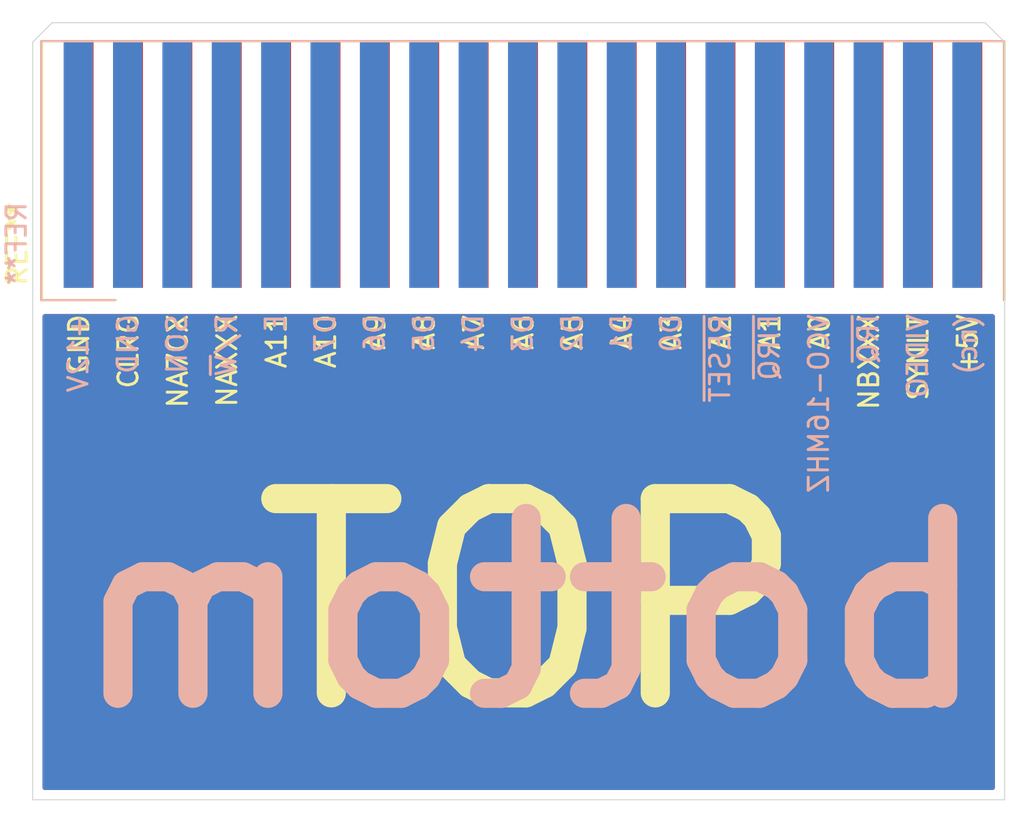
<source format=kicad_pcb>
(kicad_pcb (version 20221018) (generator pcbnew)
  (layers (0 "F.Cu" signal) (31 "B.Cu" signal) (34 "B.Paste" user) (35 "F.Paste" user) (36 "B.SilkS" user "B.Silkscreen") (37 "F.SilkS" user "F.Silkscreen") (38 "B.Mask" user) (39 "F.Mask" user) (44 "Edge.Cuts" user))
  (net 0 "")
  (footprint "thomson-moto-interconnect:extension_port_1x19_backside_1.5mm_pad_width_2.54mm_pad_pitch" (layer "F.Cu") (at 135.2 77.3)
    (fp_text reference "REF**" (at -26.035 4.08 90 unlocked) (layer "B.SilkS") (effects (justify mirror)))
    (fp_text value "Extension_port_1x19_topside_2mm_pad_width_2.54mm_pad_pitch")
    (fp_text user "GND" (at -20.32 7.62 90 unlocked) (layer "B.SilkS") (effects (justify left mirror)))
    (fp_text user "VCO-16MHZ" (at 15.24 7.62 90 unlocked) (layer "B.SilkS") (effects (justify left mirror)))
    (fp_text user "~{IRQ}" (at 17.78 7.62 90 unlocked) (layer "B.SilkS") (effects (justify left mirror)))
    (fp_text user "+12V" (at -22.86 7.62 90 unlocked) (layer "B.SilkS") (effects (justify left mirror)))
    (fp_text user "~{FIRQ}" (at 12.7 7.62 90 unlocked) (layer "B.SilkS") (effects (justify left mirror)))
    (fp_text user "D5" (at -5.08 7.62 90 unlocked) (layer "B.SilkS") (effects (justify left mirror)))
    (fp_text user "~{RESET}" (at 10.16 7.62 90 unlocked) (layer "B.SilkS") (effects (justify left mirror)))
    (fp_text user "D2" (at 2.54 7.62 90 unlocked) (layer "B.SilkS") (effects (justify left mirror)))
    (fp_text user "VIDEO" (at 20.32 7.62 90 unlocked) (layer "B.SilkS") (effects (justify left mirror)))
    (fp_text user "SON" (at -17.78 7.62 90 unlocked) (layer "B.SilkS") (effects (justify left mirror)))
    (fp_text user "(nc)" (at 22.86 7.62 90 unlocked) (layer "B.SilkS") (effects (justify left mirror)))
    (fp_text user "D0" (at 7.62 7.62 90 unlocked) (layer "B.SilkS") (effects (justify left mirror)))
    (fp_text user "R/~{W}" (at -15.24 7.62 90 unlocked) (layer "B.SilkS") (effects (justify left mirror)))
    (fp_text user "D4" (at -2.54 7.62 90 unlocked) (layer "B.SilkS") (effects (justify left mirror)))
    (fp_text user "D1" (at 5.08 7.62 90 unlocked) (layer "B.SilkS") (effects (justify left mirror)))
    (fp_text user "D6" (at -7.62 7.62 90 unlocked) (layer "B.SilkS") (effects (justify left mirror)))
    (fp_text user "D7" (at -10.16 7.62 90 unlocked) (layer "B.SilkS") (effects (justify left mirror)))
    (fp_text user "D3" (at 0 7.62 90 unlocked) (layer "B.SilkS") (effects (justify left mirror)))
    (fp_text user "E" (at -12.7 7.62 90 unlocked) (layer "B.SilkS") (effects (justify left mirror)))
    (fp_line (start -24.765 -6.35) (end 24.765 -6.35) (stroke (width 0.12)) (layer "B.SilkS"))
    (fp_line (start -24.765 6.985) (end -24.765 -6.35) (stroke (width 0.12)) (layer "B.SilkS"))
    (fp_line (start -24.765 6.985) (end -20.955 6.985) (stroke (width 0.12)) (layer "B.SilkS"))
    (fp_line (start 24.765 -6.35) (end 24.765 6.985) (stroke (width 0.12)) (layer "B.SilkS"))
    (pad "1" connect rect (at -22.86 0 180) (size 1.5 12.7) (layers "B.Cu" "B.Mask"))
    (pad "2" connect rect (at -20.32 0 180) (size 1.5 12.7) (layers "B.Cu" "B.Mask"))
    (pad "3" connect rect (at -17.78 0 180) (size 1.5 12.7) (layers "B.Cu" "B.Mask"))
    (pad "4" connect rect (at -15.24 0 180) (size 1.5 12.7) (layers "B.Cu" "B.Mask"))
    (pad "5" connect rect (at -12.7 0 180) (size 1.5 12.7) (layers "B.Cu" "B.Mask"))
    (pad "6" connect rect (at -10.16 0 180) (size 1.5 12.7) (layers "B.Cu" "B.Mask"))
    (pad "7" connect rect (at -7.62 0 180) (size 1.5 12.7) (layers "B.Cu" "B.Mask"))
    (pad "8" connect rect (at -5.08 0 180) (size 1.5 12.7) (layers "B.Cu" "B.Mask"))
    (pad "9" connect rect (at -2.54 0 180) (size 1.5 12.7) (layers "B.Cu" "B.Mask"))
    (pad "10" connect rect (at 0 0 180) (size 1.5 12.7) (layers "B.Cu" "B.Mask"))
    (pad "11" connect rect (at 2.54 0 180) (size 1.5 12.7) (layers "B.Cu" "B.Mask"))
    (pad "12" connect rect (at 5.08 0 180) (size 1.5 12.7) (layers "B.Cu" "B.Mask"))
    (pad "13" connect rect (at 7.62 0 180) (size 1.5 12.7) (layers "B.Cu" "B.Mask"))
    (pad "14" connect rect (at 10.16 0 180) (size 1.5 12.7) (layers "B.Cu" "B.Mask"))
    (pad "15" connect rect (at 12.7 0 180) (size 1.5 12.7) (layers "B.Cu" "B.Mask"))
    (pad "16" connect rect (at 15.24 0 180) (size 1.5 12.7) (layers "B.Cu" "B.Mask"))
    (pad "17" connect rect (at 17.78 0 180) (size 1.5 12.7) (layers "B.Cu" "B.Mask"))
    (pad "18" connect rect (at 20.32 0 180) (size 1.5 12.7) (layers "B.Cu" "B.Mask"))
    (pad "19" connect rect (at 22.86 0 180) (size 1.5 12.7) (layers "B.Cu" "B.Mask"))
  )
  (footprint "thomson-moto-interconnect:extension_port_1x19_topside_1.5mm_pad_width_2.54mm_pad_pitch" (layer "F.Cu") (at 135.24 77.3)
    (fp_text reference "REF**" (at -26.035 4.08 90 unlocked) (layer "F.SilkS"))
    (fp_text value "Extension_port_1x19_topside_2mm_pad_width_2.54mm_pad_pitch")
    (fp_text user "A6" (at 0 7.62 90 unlocked) (layer "F.SilkS") (effects (justify right)))
    (fp_text user "NBXXX" (at 17.78 7.62 90 unlocked) (layer "F.SilkS") (effects (justify right)))
    (fp_text user "A10" (at -10.16 7.62 90 unlocked) (layer "F.SilkS") (effects (justify right)))
    (fp_text user "A0" (at 15.24 7.62 90 unlocked) (layer "F.SilkS") (effects (justify right)))
    (fp_text user "A4" (at 5.08 7.62 90 unlocked) (layer "F.SilkS") (effects (justify right)))
    (fp_text user "+5V" (at 22.86 7.62 90 unlocked) (layer "F.SilkS") (effects (justify right)))
    (fp_text user "A7" (at -2.54 7.62 90 unlocked) (layer "F.SilkS") (effects (justify right)))
    (fp_text user "GND" (at -22.86 7.62 90 unlocked) (layer "F.SilkS") (effects (justify right)))
    (fp_text user "A2" (at 10.16 7.62 90 unlocked) (layer "F.SilkS") (effects (justify right)))
    (fp_text user "A1" (at 12.7 7.62 90 unlocked) (layer "F.SilkS") (effects (justify right)))
    (fp_text user "A9" (at -7.62 7.62 90 unlocked) (layer "F.SilkS") (effects (justify right)))
    (fp_text user "SYNLT" (at 20.32 7.62 90 unlocked) (layer "F.SilkS") (effects (justify right)))
    (fp_text user "NAXXX" (at -15.24 7.62 90 unlocked) (layer "F.SilkS") (effects (justify right)))
    (fp_text user "CLRG" (at -20.32 7.62 90 unlocked) (layer "F.SilkS") (effects (justify right)))
    (fp_text user "A11" (at -12.7 7.62 90 unlocked) (layer "F.SilkS") (effects (justify right)))
    (fp_text user "NA7CX" (at -17.78 7.62 90 unlocked) (layer "F.SilkS") (effects (justify right)))
    (fp_text user "A8" (at -5.08 7.62 90 unlocked) (layer "F.SilkS") (effects (justify right)))
    (fp_text user "A5" (at 2.54 7.62 90 unlocked) (layer "F.SilkS") (effects (justify right)))
    (fp_text user "A3" (at 7.62 7.62 90 unlocked) (layer "F.SilkS") (effects (justify right)))
    (fp_line (start -24.765 -6.35) (end 24.765 -6.35) (stroke (width 0.12)) (layer "F.SilkS"))
    (fp_line (start -24.765 6.985) (end -24.765 -6.35) (stroke (width 0.12)) (layer "F.SilkS"))
    (fp_line (start -24.765 6.985) (end -20.955 6.985) (stroke (width 0.12)) (layer "F.SilkS"))
    (fp_line (start 24.765 -6.35) (end 24.765 6.985) (stroke (width 0.12)) (layer "F.SilkS"))
    (pad "1" connect rect (at -22.86 0) (size 1.5 12.7) (layers "F.Cu" "F.Mask"))
    (pad "2" connect rect (at -20.32 0) (size 1.5 12.7) (layers "F.Cu" "F.Mask"))
    (pad "3" connect rect (at -17.78 0) (size 1.5 12.7) (layers "F.Cu" "F.Mask"))
    (pad "4" connect rect (at -15.24 0) (size 1.5 12.7) (layers "F.Cu" "F.Mask"))
    (pad "5" connect rect (at -12.7 0) (size 1.5 12.7) (layers "F.Cu" "F.Mask"))
    (pad "6" connect rect (at -10.16 0) (size 1.5 12.7) (layers "F.Cu" "F.Mask"))
    (pad "7" connect rect (at -7.62 0) (size 1.5 12.7) (layers "F.Cu" "F.Mask"))
    (pad "8" connect rect (at -5.08 0) (size 1.5 12.7) (layers "F.Cu" "F.Mask"))
    (pad "9" connect rect (at -2.54 0) (size 1.5 12.7) (layers "F.Cu" "F.Mask"))
    (pad "10" connect rect (at 0 0) (size 1.5 12.7) (layers "F.Cu" "F.Mask"))
    (pad "11" connect rect (at 2.54 0) (size 1.5 12.7) (layers "F.Cu" "F.Mask"))
    (pad "12" connect rect (at 5.08 0) (size 1.5 12.7) (layers "F.Cu" "F.Mask"))
    (pad "13" connect rect (at 7.62 0) (size 1.5 12.7) (layers "F.Cu" "F.Mask"))
    (pad "14" connect rect (at 10.16 0) (size 1.5 12.7) (layers "F.Cu" "F.Mask"))
    (pad "15" connect rect (at 12.7 0) (size 1.5 12.7) (layers "F.Cu" "F.Mask"))
    (pad "16" connect rect (at 15.24 0) (size 1.5 12.7) (layers "F.Cu" "F.Mask"))
    (pad "17" connect rect (at 17.78 0) (size 1.5 12.7) (layers "F.Cu" "F.Mask"))
    (pad "18" connect rect (at 20.32 0) (size 1.5 12.7) (layers "F.Cu" "F.Mask"))
    (pad "19" connect rect (at 22.86 0) (size 1.5 12.7) (layers "F.Cu" "F.Mask"))
  )
  (gr_line (start 159 70) (end 160 71) (stroke (width 0.05)) (layer "Edge.Cuts"))
  (gr_line (start 111 70) (end 159 70) (stroke (width 0.05)) (layer "Edge.Cuts"))
  (gr_line (start 110 110) (end 110 71) (stroke (width 0.05)) (layer "Edge.Cuts"))
  (gr_line (start 160 110) (end 110 110) (stroke (width 0.05)) (layer "Edge.Cuts"))
  (gr_line (start 160 71) (end 160 110) (stroke (width 0.05)) (layer "Edge.Cuts"))
  (gr_line (start 110 71) (end 111 70) (stroke (width 0.05)) (layer "Edge.Cuts"))
  (gr_text "bottom" (at 135.6 105.7) (layer "B.SilkS") (effects (font (size 9 9) (thickness 1.5)) (justify bottom mirror)))
  (gr_text "TOP" (at 135.6 105.8) (layer "F.SilkS") (effects (font (size 10 10) (thickness 1.5)) (justify bottom)))
  (zone (net 0) (net_name "") (layers "F&B.Cu") (connect_pads (clearance 0.5)) (min_thickness 0.25) (fill yes (thermal_gap 0.5) (thermal_bridge_width 0.5) (island_removal_mode 1) (island_area_min 10))
    (polygon (pts (xy 109 85) (xy 161 85) (xy 161 111) (xy 109 111)))
  )
)
</source>
